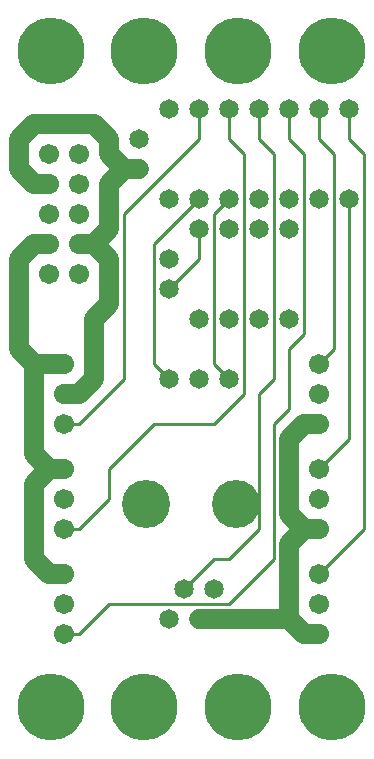
<source format=gtl>
%MOIN*%
%FSLAX25Y25*%
G04 D10 used for Character Trace; *
G04     Circle (OD=.01000) (No hole)*
G04 D11 used for Power Trace; *
G04     Circle (OD=.06500) (No hole)*
G04 D12 used for Signal Trace; *
G04     Circle (OD=.01100) (No hole)*
G04 D13 used for Via; *
G04     Circle (OD=.05800) (Round. Hole ID=.02800)*
G04 D14 used for Component hole; *
G04     Circle (OD=.06500) (Round. Hole ID=.03500)*
G04 D15 used for Component hole; *
G04     Circle (OD=.06700) (Round. Hole ID=.04300)*
G04 D16 used for Component hole; *
G04     Circle (OD=.08100) (Round. Hole ID=.05100)*
G04 D17 used for Component hole; *
G04     Circle (OD=.08900) (Round. Hole ID=.05900)*
G04 D18 used for Component hole; *
G04     Circle (OD=.11300) (Round. Hole ID=.08300)*
G04 D19 used for Component hole; *
G04     Circle (OD=.16000) (Round. Hole ID=.13000)*
G04 D20 used for Component hole; *
G04     Circle (OD=.18300) (Round. Hole ID=.15300)*
G04 D21 used for Component hole; *
G04     Circle (OD=.22291) (Round. Hole ID=.19291)*
%ADD10C,.01000*%
%ADD11C,.06500*%
%ADD12C,.01100*%
%ADD13C,.05800*%
%ADD14C,.06500*%
%ADD15C,.06700*%
%ADD16C,.08100*%
%ADD17C,.08900*%
%ADD18C,.11300*%
%ADD19C,.16000*%
%ADD20C,.18300*%
%ADD21C,.22291*%
%IPPOS*%
%LPD*%
G90*X0Y0D02*D21*X15625Y15625D03*D12*              
X20000Y40000D02*X25000D01*D15*X20000D03*D12*      
X25000D02*X35000Y50000D01*X75000D01*              
X90000Y65000D01*Y110000D01*X95000Y115000D01*      
Y135000D01*X100000Y140000D01*Y200000D01*          
X95000Y205000D01*Y215000D01*D14*D03*D12*          
X110000Y200000D02*X105000Y205000D01*              
X110000Y135000D02*Y200000D01*X105000Y130000D02*   
X110000Y135000D01*D15*X105000Y130000D03*          
Y120000D03*D12*X85000D02*X90000Y125000D01*        
X85000Y75000D02*Y120000D01*X75000Y65000D02*       
X85000Y75000D01*X70000Y65000D02*X75000D01*        
X60000Y55000D02*X70000Y65000D01*D14*              
X60000Y55000D03*X55000Y45000D03*X70000Y55000D03*  
X65000Y45000D03*D11*X95000D01*X100000Y40000D01*   
X105000D01*D15*D03*D11*X95000Y45000D02*Y70000D01* 
X100000Y75000D01*X105000D01*D15*D03*D11*          
X100000D02*X95000Y80000D01*Y105000D01*            
X100000Y110000D01*X105000D01*D15*D03*D12*         
Y95000D02*X115000Y105000D01*D15*X105000Y95000D03* 
D12*X115000Y105000D02*Y185000D01*D14*D03*         
X105000D03*D12*X120000Y75000D02*Y200000D01*       
X105000Y60000D02*X120000Y75000D01*D15*            
X105000Y60000D03*Y50000D03*Y85000D03*D19*         
X77500Y83500D03*D21*X78125Y15625D03*X109375D03*   
D12*X50000Y110000D02*X70000D01*X35000Y95000D02*   
X50000Y110000D01*X35000Y85000D02*Y95000D01*       
X25000Y75000D02*X35000Y85000D01*X20000Y75000D02*  
X25000D01*D15*X20000D03*D11*X15000Y60000D02*      
X10000Y65000D01*X15000Y60000D02*X20000D01*D15*D03*
D11*X10000Y65000D02*Y90000D01*X15000Y95000D01*    
X20000D01*D15*D03*D11*X15000D02*X10000Y100000D01* 
Y130000D01*X20000D01*D15*D03*D11*X25000Y120000D02*
X30000Y125000D01*X20000Y120000D02*X25000D01*D15*  
X20000D03*D11*X10000Y130000D02*X5000Y135000D01*   
Y165000D01*X10000Y170000D01*X15000D01*D15*D03*    
X25000Y160000D03*Y180000D03*Y170000D03*D11*       
X30000D01*X35000Y165000D01*Y150000D01*            
X30000Y145000D01*Y125000D01*D12*X25000Y110000D02* 
X40000Y125000D01*X20000Y110000D02*X25000D01*D15*  
X20000D03*D12*X40000Y125000D02*Y180000D01*        
X65000Y205000D01*Y215000D01*D14*D03*D12*          
X80000Y200000D02*X75000Y205000D01*                
X80000Y120000D02*Y200000D01*X70000Y110000D02*     
X80000Y120000D01*D14*X55000Y125000D03*D12*        
X50000Y130000D01*Y170000D01*X65000Y185000D01*D14* 
D03*D12*X70000Y130000D02*Y180000D01*              
X75000Y125000D02*X70000Y130000D01*D14*            
X75000Y125000D03*X65000D03*D12*X90000D02*         
Y200000D01*X85000Y205000D01*Y215000D01*D14*D03*   
D12*X75000Y205000D02*Y215000D01*D14*D03*D21*      
X78125Y234375D03*D14*X55000Y215000D03*D21*        
X46875Y234375D03*D14*X55000Y185000D03*D12*        
X105000Y205000D02*Y215000D01*D14*D03*D12*         
X120000Y200000D02*X115000Y205000D01*Y215000D01*   
D14*D03*D21*X109375Y234375D03*D14*                
X85000Y185000D03*X95000D03*X75000Y175000D03*      
X85000D03*X95000D03*X75000Y185000D03*D12*         
X70000Y180000D01*D14*X65000Y175000D03*D12*        
Y165000D01*X55000Y155000D01*D14*D03*              
X65000Y145000D03*X55000Y165000D03*D11*            
X30000Y170000D02*X35000Y175000D01*Y190000D01*     
X40000Y195000D01*X45000D01*D14*D03*D11*X40000D02* 
X35000Y200000D01*Y205000D01*X30000Y210000D01*     
X10000D01*X5000Y205000D01*Y195000D01*             
X10000Y190000D01*X15000D01*D15*D03*               
X25000Y200000D03*Y190000D03*X15000Y200000D03*     
Y180000D03*Y160000D03*D14*X45000Y205000D03*D21*   
X15625Y234375D03*D14*X75000Y145000D03*X85000D03*  
X95000D03*D15*X20000Y85000D03*D19*X47500Y83500D03*
D15*X20000Y50000D03*D21*X46875Y15625D03*M02*      

</source>
